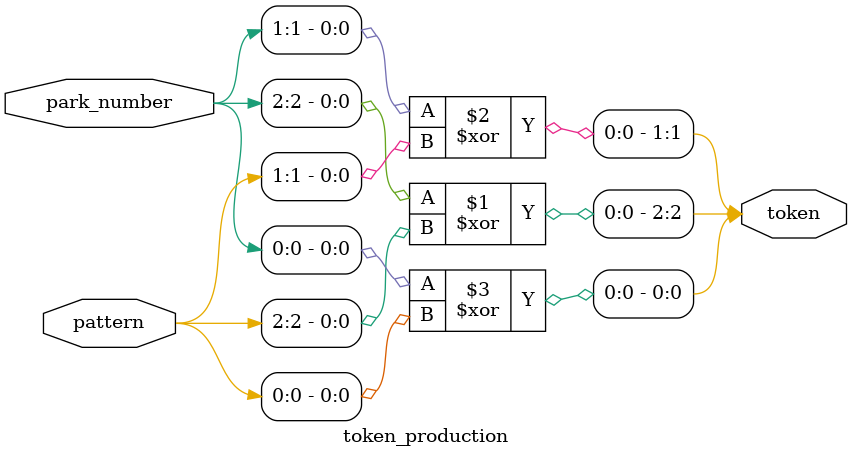
<source format=v>
`timescale 1ns / 1ps
module token_production(
    park_number,
    pattern,
    token
    );
input [2:0] park_number;
input [2:0] pattern;
output [2:0] token;
assign token[2] = park_number[2] ^ pattern[2],
	token[1] = park_number[1] ^ pattern[1],
	token[0] = park_number[0] ^ pattern[0];

endmodule

</source>
